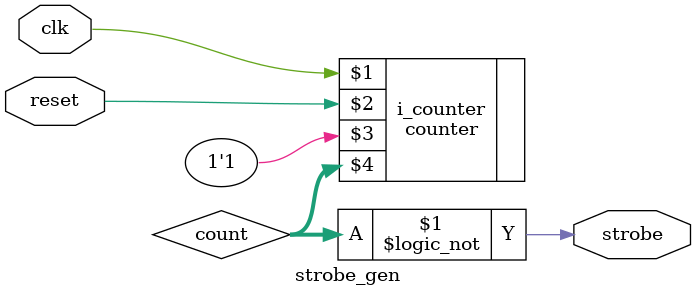
<source format=v>
`include "config.vh"

module strobe_gen
# (
    parameter w = 24
)
(
    input  clk,
    input  reset,
    output strobe
);

    wire [w - 1:0] count; 

    counter # (w) i_counter (clk, reset, 1'b1, count);
    assign strobe = (count == { w { 1'b0 } } );

endmodule

</source>
